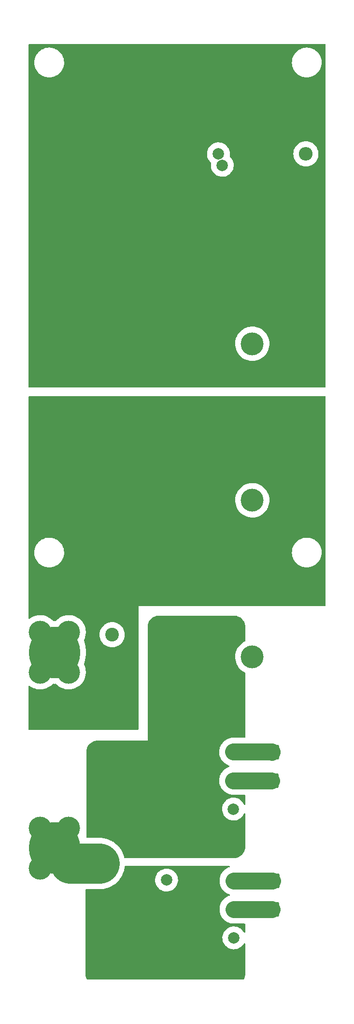
<source format=gbr>
%TF.GenerationSoftware,KiCad,Pcbnew,(6.0.0)*%
%TF.CreationDate,2022-02-22T13:29:53+00:00*%
%TF.ProjectId,Audionote Kit four v2,41756469-6f6e-46f7-9465-204b69742066,rev?*%
%TF.SameCoordinates,Original*%
%TF.FileFunction,Copper,L1,Top*%
%TF.FilePolarity,Positive*%
%FSLAX46Y46*%
G04 Gerber Fmt 4.6, Leading zero omitted, Abs format (unit mm)*
G04 Created by KiCad (PCBNEW (6.0.0)) date 2022-02-22 13:29:53*
%MOMM*%
%LPD*%
G01*
G04 APERTURE LIST*
G04 Aperture macros list*
%AMRoundRect*
0 Rectangle with rounded corners*
0 $1 Rounding radius*
0 $2 $3 $4 $5 $6 $7 $8 $9 X,Y pos of 4 corners*
0 Add a 4 corners polygon primitive as box body*
4,1,4,$2,$3,$4,$5,$6,$7,$8,$9,$2,$3,0*
0 Add four circle primitives for the rounded corners*
1,1,$1+$1,$2,$3*
1,1,$1+$1,$4,$5*
1,1,$1+$1,$6,$7*
1,1,$1+$1,$8,$9*
0 Add four rect primitives between the rounded corners*
20,1,$1+$1,$2,$3,$4,$5,0*
20,1,$1+$1,$4,$5,$6,$7,0*
20,1,$1+$1,$6,$7,$8,$9,0*
20,1,$1+$1,$8,$9,$2,$3,0*%
G04 Aperture macros list end*
%TA.AperFunction,ComponentPad*%
%ADD10C,2.400000*%
%TD*%
%TA.AperFunction,ComponentPad*%
%ADD11O,2.400000X2.400000*%
%TD*%
%TA.AperFunction,ComponentPad*%
%ADD12RoundRect,0.249999X1.025001X-1.025001X1.025001X1.025001X-1.025001X1.025001X-1.025001X-1.025001X0*%
%TD*%
%TA.AperFunction,ComponentPad*%
%ADD13R,2.000000X2.000000*%
%TD*%
%TA.AperFunction,ComponentPad*%
%ADD14C,2.000000*%
%TD*%
%TA.AperFunction,ComponentPad*%
%ADD15R,4.000000X4.000000*%
%TD*%
%TA.AperFunction,ComponentPad*%
%ADD16C,4.000000*%
%TD*%
%TA.AperFunction,ComponentPad*%
%ADD17C,9.000000*%
%TD*%
%TA.AperFunction,ComponentPad*%
%ADD18R,2.400000X2.400000*%
%TD*%
%TA.AperFunction,Conductor*%
%ADD19C,3.000000*%
%TD*%
%TA.AperFunction,Conductor*%
%ADD20C,7.000000*%
%TD*%
G04 APERTURE END LIST*
D10*
%TO.P,R29,1*%
%TO.N,GND*%
X175431524Y-153086018D03*
D11*
%TO.P,R29,2*%
%TO.N,+V1*%
X175431524Y-125146018D03*
%TD*%
D12*
%TO.P,J2,1,Pin_1*%
%TO.N,Net-(D1-Pad3)*%
X203429434Y-201148476D03*
%TD*%
D13*
%TO.P,D2,1,+*%
%TO.N,Net-(C14-Pad1)*%
X196705399Y-188601524D03*
D14*
%TO.P,D2,2,-*%
%TO.N,GND*%
X196705399Y-183601524D03*
%TO.P,D2,3*%
%TO.N,Net-(D2-Pad3)*%
X196705399Y-178601524D03*
%TO.P,D2,4*%
%TO.N,Net-(D2-Pad4)*%
X196705399Y-173601524D03*
%TD*%
D12*
%TO.P,J3,1,Pin_1*%
%TO.N,Net-(D1-Pad4)*%
X203499434Y-196158476D03*
%TD*%
D10*
%TO.P,R7,1*%
%TO.N,Net-(C3-Pad1)*%
X173181524Y-208381524D03*
D11*
%TO.P,R7,2*%
%TO.N,F2+*%
X173181524Y-193141524D03*
%TD*%
D15*
%TO.P,C18,1*%
%TO.N,+V2*%
X190007714Y-102151524D03*
D16*
%TO.P,C18,2*%
%TO.N,GND*%
X200007714Y-102151524D03*
%TD*%
%TO.P,REF\u002A\u002A,1*%
%TO.N,+V1*%
X162810000Y-125725200D03*
D17*
X165350000Y-122225200D03*
D16*
X167813800Y-125725200D03*
X167813800Y-118714800D03*
X162810000Y-118714800D03*
%TD*%
D12*
%TO.P,J4,1,Pin_1*%
%TO.N,Net-(D2-Pad3)*%
X203370000Y-178600000D03*
%TD*%
D16*
%TO.P,REF\u002A\u002A,1*%
%TO.N,+V2*%
X167813800Y-87369600D03*
D17*
X165350000Y-90880000D03*
D16*
X162810000Y-94380000D03*
X162810000Y-87369600D03*
X167813800Y-94380000D03*
%TD*%
D13*
%TO.P,D1,1,+*%
%TO.N,Net-(C3-Pad1)*%
X196764833Y-211150000D03*
D14*
%TO.P,D1,2,-*%
%TO.N,GND*%
X196764833Y-206150000D03*
%TO.P,D1,3*%
%TO.N,Net-(D1-Pad3)*%
X196764833Y-201150000D03*
%TO.P,D1,4*%
%TO.N,Net-(D1-Pad4)*%
X196764833Y-196150000D03*
%TD*%
D15*
%TO.P,C14,1*%
%TO.N,Net-(C14-Pad1)*%
X190007714Y-156971524D03*
D16*
%TO.P,C14,2*%
%TO.N,GND*%
X200007714Y-156971524D03*
%TD*%
D10*
%TO.P,R30,1*%
%TO.N,+V1*%
X175431524Y-118781524D03*
D11*
%TO.P,R30,2*%
%TO.N,+V2*%
X175431524Y-90841524D03*
%TD*%
D14*
%TO.P,C3,1*%
%TO.N,Net-(C3-Pad1)*%
X184974833Y-203530000D03*
%TO.P,C3,2*%
%TO.N,GND*%
X184974833Y-196030000D03*
%TD*%
D15*
%TO.P,C17,1*%
%TO.N,+V1*%
X190007714Y-129561524D03*
D16*
%TO.P,C17,2*%
%TO.N,GND*%
X200007714Y-129561524D03*
%TD*%
D12*
%TO.P,J5,1,Pin_1*%
%TO.N,Net-(D2-Pad4)*%
X203440000Y-173610000D03*
%TD*%
D10*
%TO.P,R28,1*%
%TO.N,Net-(C14-Pad1)*%
X175431524Y-187390512D03*
D11*
%TO.P,R28,2*%
%TO.N,+V1*%
X175431524Y-159450512D03*
%TD*%
D16*
%TO.P,REF\u002A\u002A,1*%
%TO.N,F2+*%
X167813800Y-193925200D03*
X167813800Y-186914800D03*
D17*
X165350000Y-190425200D03*
D16*
X162810000Y-193925200D03*
X162810000Y-186914800D03*
%TD*%
D17*
%TO.P,REF\u002A\u002A,1*%
%TO.N,GND*%
X165350000Y-156165200D03*
D16*
X162810000Y-152654800D03*
X162810000Y-159665200D03*
X167813800Y-152654800D03*
X167813800Y-159665200D03*
%TD*%
D13*
%TO.P,C13,1*%
%TO.N,+V2*%
X188395179Y-66910000D03*
X189067323Y-68910000D03*
D14*
%TO.P,C13,2*%
%TO.N,GND*%
X194739467Y-70910000D03*
X194067323Y-68910000D03*
%TD*%
D18*
%TO.P,REF\u002A\u002A,1*%
%TO.N,+V2*%
X164399775Y-68910000D03*
D11*
%TO.P,REF\u002A\u002A,2*%
%TO.N,GND*%
X209399775Y-68910000D03*
%TD*%
D19*
%TO.N,Net-(D2-Pad3)*%
X203368476Y-178601524D02*
X203370000Y-178600000D01*
%TO.N,Net-(D1-Pad3)*%
X203427910Y-201150000D02*
X203429434Y-201148476D01*
%TO.N,Net-(D2-Pad4)*%
X203431524Y-173601524D02*
X203440000Y-173610000D01*
%TO.N,Net-(D1-Pad3)*%
X196764833Y-201150000D02*
X197532333Y-201150000D01*
%TO.N,Net-(D1-Pad4)*%
X203490958Y-196150000D02*
X203499434Y-196158476D01*
X196764833Y-196150000D02*
X203490958Y-196150000D01*
%TO.N,Net-(D2-Pad4)*%
X196705399Y-173601524D02*
X199192899Y-173601524D01*
%TO.N,Net-(D2-Pad3)*%
X196705399Y-178601524D02*
X197472899Y-178601524D01*
%TO.N,Net-(D1-Pad3)*%
X196764833Y-201150000D02*
X203427910Y-201150000D01*
%TO.N,Net-(D2-Pad3)*%
X197472899Y-178601524D02*
X203368476Y-178601524D01*
%TO.N,Net-(D2-Pad4)*%
X196705399Y-173601524D02*
X203431524Y-173601524D01*
%TO.N,Net-(D1-Pad4)*%
X196764833Y-196150000D02*
X199252333Y-196150000D01*
%TO.N,+V2*%
X165388476Y-90841524D02*
X165350000Y-90880000D01*
%TO.N,F2+*%
X168066324Y-193141524D02*
X165350000Y-190425200D01*
D20*
X173181524Y-193141524D02*
X168066324Y-193141524D01*
%TD*%
%TA.AperFunction,Conductor*%
%TO.N,Net-(C14-Pad1)*%
G36*
X196784487Y-149730321D02*
G01*
X196833871Y-149733853D01*
X197055650Y-149749715D01*
X197073433Y-149752272D01*
X197334658Y-149809098D01*
X197351900Y-149814160D01*
X197602393Y-149907589D01*
X197618740Y-149915055D01*
X197853375Y-150043176D01*
X197868498Y-150052895D01*
X198082510Y-150213103D01*
X198096096Y-150224876D01*
X198285124Y-150413904D01*
X198296897Y-150427490D01*
X198457105Y-150641502D01*
X198466824Y-150656625D01*
X198594945Y-150891260D01*
X198602411Y-150907607D01*
X198695839Y-151158097D01*
X198700902Y-151175342D01*
X198757728Y-151436567D01*
X198760286Y-151454355D01*
X198779679Y-151725513D01*
X198780000Y-151734501D01*
X198780000Y-154153162D01*
X198759998Y-154221283D01*
X198708245Y-154266887D01*
X198559762Y-154337710D01*
X198266635Y-154521588D01*
X198263801Y-154523858D01*
X198263796Y-154523862D01*
X198196863Y-154577486D01*
X197996585Y-154737939D01*
X197753191Y-154983895D01*
X197539680Y-155256196D01*
X197358882Y-155551233D01*
X197357355Y-155554523D01*
X197357350Y-155554532D01*
X197235923Y-155816125D01*
X197213192Y-155865094D01*
X197104542Y-156193621D01*
X197034372Y-156532459D01*
X197003612Y-156877116D01*
X197012670Y-157223025D01*
X197061426Y-157565600D01*
X197149233Y-157900301D01*
X197274928Y-158222691D01*
X197436844Y-158528498D01*
X197438894Y-158531481D01*
X197438896Y-158531484D01*
X197630779Y-158810676D01*
X197630785Y-158810683D01*
X197632836Y-158813668D01*
X197860306Y-159074422D01*
X198116238Y-159307302D01*
X198397241Y-159509223D01*
X198699590Y-159677509D01*
X198702939Y-159678896D01*
X198706215Y-159680480D01*
X198705751Y-159681439D01*
X198757509Y-159723161D01*
X198780000Y-159795007D01*
X198780000Y-170975024D01*
X198759998Y-171043145D01*
X198706342Y-171089638D01*
X198654000Y-171101024D01*
X196626816Y-171101024D01*
X196624837Y-171101148D01*
X196624821Y-171101149D01*
X196484888Y-171109953D01*
X196391384Y-171115836D01*
X196082320Y-171174793D01*
X195783084Y-171272021D01*
X195779498Y-171273708D01*
X195779494Y-171273710D01*
X195501978Y-171404299D01*
X195501971Y-171404303D01*
X195498392Y-171405987D01*
X195232736Y-171574577D01*
X194990305Y-171775134D01*
X194987591Y-171778024D01*
X194987590Y-171778025D01*
X194954161Y-171813624D01*
X194774921Y-172004494D01*
X194589983Y-172259040D01*
X194438405Y-172534758D01*
X194322580Y-172827299D01*
X194321596Y-172831133D01*
X194321593Y-172831141D01*
X194273206Y-173019598D01*
X194244333Y-173132051D01*
X194204899Y-173444206D01*
X194204899Y-173758842D01*
X194244333Y-174070997D01*
X194245319Y-174074836D01*
X194321593Y-174371907D01*
X194321596Y-174371915D01*
X194322580Y-174375749D01*
X194438405Y-174668290D01*
X194589983Y-174944008D01*
X194774921Y-175198554D01*
X194990305Y-175427914D01*
X195232736Y-175628471D01*
X195498392Y-175797061D01*
X195501971Y-175798745D01*
X195501978Y-175798749D01*
X195779494Y-175929338D01*
X195779498Y-175929340D01*
X195783084Y-175931027D01*
X195786856Y-175932253D01*
X195786857Y-175932253D01*
X195939011Y-175981691D01*
X195997617Y-176021765D01*
X196025254Y-176087161D01*
X196013147Y-176157118D01*
X195965141Y-176209424D01*
X195939010Y-176221357D01*
X195783084Y-176272021D01*
X195779498Y-176273708D01*
X195779494Y-176273710D01*
X195501978Y-176404299D01*
X195501971Y-176404303D01*
X195498392Y-176405987D01*
X195232736Y-176574577D01*
X194990305Y-176775134D01*
X194774921Y-177004494D01*
X194589983Y-177259040D01*
X194438405Y-177534758D01*
X194322580Y-177827299D01*
X194321596Y-177831133D01*
X194321593Y-177831141D01*
X194273206Y-178019598D01*
X194244333Y-178132051D01*
X194204899Y-178444206D01*
X194204899Y-178758842D01*
X194244333Y-179070997D01*
X194245319Y-179074836D01*
X194321593Y-179371907D01*
X194321596Y-179371915D01*
X194322580Y-179375749D01*
X194438405Y-179668290D01*
X194589983Y-179944008D01*
X194774921Y-180198554D01*
X194990305Y-180427914D01*
X195232736Y-180628471D01*
X195498392Y-180797061D01*
X195501971Y-180798745D01*
X195501978Y-180798749D01*
X195779494Y-180929338D01*
X195779498Y-180929340D01*
X195783084Y-180931027D01*
X196082320Y-181028255D01*
X196391384Y-181087212D01*
X196484888Y-181093095D01*
X196624821Y-181101899D01*
X196624837Y-181101900D01*
X196626816Y-181102024D01*
X198654000Y-181102024D01*
X198722121Y-181122026D01*
X198768614Y-181175682D01*
X198780000Y-181228024D01*
X198780000Y-182739269D01*
X198759998Y-182807390D01*
X198706342Y-182853883D01*
X198636068Y-182863987D01*
X198571488Y-182834493D01*
X198536819Y-182784369D01*
X198536694Y-182784426D01*
X198536385Y-182783741D01*
X198535787Y-182782877D01*
X198534860Y-182780364D01*
X198533319Y-182776187D01*
X198398792Y-182526864D01*
X198230477Y-182298984D01*
X198183953Y-182251723D01*
X198034864Y-182100275D01*
X198031733Y-182097094D01*
X198028193Y-182094393D01*
X198028187Y-182094387D01*
X197810066Y-181927922D01*
X197810062Y-181927919D01*
X197806525Y-181925220D01*
X197742578Y-181889408D01*
X197563236Y-181788972D01*
X197563231Y-181788969D01*
X197559346Y-181786794D01*
X197555188Y-181785186D01*
X197555183Y-181785183D01*
X197299284Y-181686183D01*
X197299278Y-181686181D01*
X197295129Y-181684576D01*
X197290797Y-181683572D01*
X197290794Y-181683571D01*
X197215540Y-181666128D01*
X197019146Y-181620606D01*
X196736902Y-181596161D01*
X196732467Y-181596405D01*
X196732463Y-181596405D01*
X196458472Y-181611484D01*
X196458465Y-181611485D01*
X196454029Y-181611729D01*
X196316142Y-181639156D01*
X196180545Y-181666128D01*
X196180540Y-181666129D01*
X196176173Y-181666998D01*
X196171970Y-181668474D01*
X195913083Y-181759388D01*
X195913080Y-181759389D01*
X195908875Y-181760866D01*
X195904922Y-181762919D01*
X195904916Y-181762922D01*
X195762534Y-181836884D01*
X195657471Y-181891460D01*
X195653856Y-181894043D01*
X195653850Y-181894047D01*
X195606447Y-181927922D01*
X195426975Y-182056175D01*
X195423748Y-182059253D01*
X195423746Y-182059255D01*
X195384081Y-182097094D01*
X195221987Y-182251723D01*
X195046598Y-182474204D01*
X195016011Y-182526864D01*
X194906540Y-182715331D01*
X194906537Y-182715337D01*
X194904306Y-182719178D01*
X194797951Y-182981756D01*
X194729654Y-183256701D01*
X194700779Y-183538526D01*
X194711901Y-183821608D01*
X194762799Y-184100299D01*
X194764208Y-184104522D01*
X194845473Y-184348103D01*
X194852457Y-184369038D01*
X194854449Y-184373025D01*
X194854450Y-184373027D01*
X194935850Y-184535933D01*
X194979086Y-184622463D01*
X195140160Y-184855517D01*
X195332464Y-185063551D01*
X195335918Y-185066363D01*
X195548706Y-185239599D01*
X195548710Y-185239602D01*
X195552163Y-185242413D01*
X195794871Y-185388536D01*
X195798966Y-185390270D01*
X195798968Y-185390271D01*
X196051646Y-185497266D01*
X196051653Y-185497268D01*
X196055747Y-185499002D01*
X196155891Y-185525555D01*
X196325288Y-185570470D01*
X196325292Y-185570471D01*
X196329585Y-185571609D01*
X196333994Y-185572131D01*
X196334000Y-185572132D01*
X196491352Y-185590756D01*
X196610922Y-185604908D01*
X196894144Y-185598233D01*
X196898542Y-185597501D01*
X197169209Y-185552450D01*
X197169213Y-185552449D01*
X197173599Y-185551719D01*
X197177840Y-185550378D01*
X197177843Y-185550377D01*
X197439467Y-185467636D01*
X197439469Y-185467635D01*
X197443713Y-185466293D01*
X197447724Y-185464367D01*
X197447729Y-185464365D01*
X197695077Y-185345590D01*
X197695078Y-185345589D01*
X197699096Y-185343660D01*
X197847180Y-185244714D01*
X197930944Y-185188745D01*
X197930948Y-185188742D01*
X197934652Y-185186267D01*
X198145680Y-184997254D01*
X198327972Y-184780392D01*
X198477888Y-184540009D01*
X198538761Y-184402316D01*
X198584598Y-184348103D01*
X198652471Y-184327275D01*
X198720829Y-184346449D01*
X198767970Y-184399536D01*
X198780000Y-184453266D01*
X198780000Y-190165499D01*
X198779679Y-190174487D01*
X198762457Y-190415293D01*
X198760286Y-190445645D01*
X198757728Y-190463433D01*
X198700903Y-190724654D01*
X198695840Y-190741900D01*
X198602411Y-190992393D01*
X198594945Y-191008740D01*
X198466824Y-191243375D01*
X198457105Y-191258498D01*
X198296897Y-191472510D01*
X198285124Y-191486096D01*
X198096096Y-191675124D01*
X198082510Y-191686897D01*
X197868498Y-191847105D01*
X197853375Y-191856824D01*
X197618740Y-191984945D01*
X197602393Y-191992411D01*
X197351900Y-192085840D01*
X197334658Y-192090902D01*
X197073433Y-192147728D01*
X197055650Y-192150285D01*
X196833871Y-192166147D01*
X196784487Y-192169679D01*
X196775499Y-192170000D01*
X177676197Y-192170000D01*
X177608076Y-192149998D01*
X177561583Y-192096342D01*
X177553602Y-192073094D01*
X177513117Y-191902497D01*
X177513117Y-191902495D01*
X177512442Y-191899653D01*
X177511511Y-191896895D01*
X177511508Y-191896884D01*
X177380144Y-191507669D01*
X177379214Y-191504913D01*
X177210093Y-191124167D01*
X177006525Y-190760670D01*
X176770251Y-190417532D01*
X176503292Y-190097685D01*
X176207929Y-189803864D01*
X176205687Y-189802013D01*
X176205682Y-189802008D01*
X176038311Y-189663793D01*
X175886689Y-189538583D01*
X175884279Y-189536942D01*
X175544735Y-189305755D01*
X175544730Y-189305752D01*
X175542317Y-189304109D01*
X175539769Y-189302699D01*
X175539760Y-189302694D01*
X175278235Y-189158027D01*
X175177760Y-189102447D01*
X174796134Y-188935322D01*
X174400701Y-188804163D01*
X174397875Y-188803508D01*
X174397868Y-188803506D01*
X173997689Y-188710749D01*
X173997680Y-188710747D01*
X173994844Y-188710090D01*
X173582033Y-188653909D01*
X173579183Y-188653782D01*
X173579182Y-188653782D01*
X173294137Y-188641087D01*
X173294122Y-188641087D01*
X173292715Y-188641024D01*
X171016000Y-188641024D01*
X170947879Y-188621022D01*
X170901386Y-188567366D01*
X170890000Y-188515024D01*
X170890000Y-173604501D01*
X170890321Y-173595513D01*
X170900859Y-173448165D01*
X170909715Y-173324350D01*
X170912272Y-173306567D01*
X170969098Y-173045342D01*
X170974161Y-173028097D01*
X171047622Y-172831141D01*
X171067589Y-172777607D01*
X171075055Y-172761260D01*
X171203176Y-172526625D01*
X171212895Y-172511502D01*
X171373103Y-172297490D01*
X171384876Y-172283904D01*
X171573904Y-172094876D01*
X171587490Y-172083103D01*
X171801502Y-171922895D01*
X171816625Y-171913176D01*
X172051260Y-171785055D01*
X172067607Y-171777589D01*
X172318100Y-171684160D01*
X172335342Y-171679098D01*
X172596567Y-171622272D01*
X172614350Y-171619715D01*
X172836129Y-171603853D01*
X172885513Y-171600321D01*
X172894501Y-171600000D01*
X181640000Y-171600000D01*
X181640000Y-151734501D01*
X181640321Y-151725513D01*
X181659714Y-151454355D01*
X181662272Y-151436567D01*
X181719098Y-151175342D01*
X181724161Y-151158097D01*
X181817589Y-150907607D01*
X181825055Y-150891260D01*
X181953176Y-150656625D01*
X181962895Y-150641502D01*
X182123103Y-150427490D01*
X182134876Y-150413904D01*
X182323904Y-150224876D01*
X182337490Y-150213103D01*
X182551502Y-150052895D01*
X182566625Y-150043176D01*
X182801260Y-149915055D01*
X182817607Y-149907589D01*
X183068100Y-149814160D01*
X183085342Y-149809098D01*
X183346567Y-149752272D01*
X183364350Y-149749715D01*
X183586129Y-149733853D01*
X183635513Y-149730321D01*
X183644501Y-149730000D01*
X196775499Y-149730000D01*
X196784487Y-149730321D01*
G37*
%TD.AperFunction*%
%TD*%
%TA.AperFunction,Conductor*%
%TO.N,+V2*%
G36*
X212812121Y-49730002D02*
G01*
X212858614Y-49783658D01*
X212870000Y-49836000D01*
X212870000Y-109654000D01*
X212849998Y-109722121D01*
X212796342Y-109768614D01*
X212744000Y-109780000D01*
X160876000Y-109780000D01*
X160807879Y-109759998D01*
X160761386Y-109706342D01*
X160750000Y-109654000D01*
X160750000Y-102057116D01*
X197003612Y-102057116D01*
X197012670Y-102403025D01*
X197061426Y-102745600D01*
X197149233Y-103080301D01*
X197274928Y-103402691D01*
X197436844Y-103708498D01*
X197438894Y-103711481D01*
X197438896Y-103711484D01*
X197630779Y-103990676D01*
X197630785Y-103990683D01*
X197632836Y-103993668D01*
X197860306Y-104254422D01*
X198116238Y-104487302D01*
X198397241Y-104689223D01*
X198699590Y-104857509D01*
X199019277Y-104989927D01*
X199022771Y-104990922D01*
X199022773Y-104990923D01*
X199348565Y-105083728D01*
X199348570Y-105083729D01*
X199352066Y-105084725D01*
X199587748Y-105123319D01*
X199689965Y-105140058D01*
X199689969Y-105140058D01*
X199693545Y-105140644D01*
X199697171Y-105140815D01*
X200035561Y-105156773D01*
X200035562Y-105156773D01*
X200039188Y-105156944D01*
X200050060Y-105156203D01*
X200380783Y-105133657D01*
X200380791Y-105133656D01*
X200384414Y-105133409D01*
X200387990Y-105132746D01*
X200387992Y-105132746D01*
X200721082Y-105071012D01*
X200721086Y-105071011D01*
X200724647Y-105070351D01*
X201055377Y-104968605D01*
X201372221Y-104829520D01*
X201670979Y-104654940D01*
X201673888Y-104652756D01*
X201944785Y-104449361D01*
X201944789Y-104449358D01*
X201947692Y-104447178D01*
X202198691Y-104208989D01*
X202420650Y-103943529D01*
X202573075Y-103711484D01*
X202608640Y-103657342D01*
X202608645Y-103657333D01*
X202610627Y-103654316D01*
X202738883Y-103399309D01*
X202764477Y-103348422D01*
X202764480Y-103348414D01*
X202766104Y-103345186D01*
X202864323Y-103076789D01*
X202883771Y-103023646D01*
X202883774Y-103023636D01*
X202885019Y-103020234D01*
X202885864Y-103016712D01*
X202885867Y-103016704D01*
X202964951Y-102687296D01*
X202964952Y-102687292D01*
X202965798Y-102683767D01*
X202966235Y-102680157D01*
X203007032Y-102343025D01*
X203007032Y-102343019D01*
X203007368Y-102340246D01*
X203013299Y-102151524D01*
X203008065Y-102060747D01*
X202993589Y-101809691D01*
X202993588Y-101809686D01*
X202993380Y-101806071D01*
X202992757Y-101802501D01*
X202934512Y-101468769D01*
X202934510Y-101468762D01*
X202933888Y-101465196D01*
X202835611Y-101133418D01*
X202699852Y-100815135D01*
X202528410Y-100514565D01*
X202468744Y-100433339D01*
X202325700Y-100238610D01*
X202323557Y-100235692D01*
X202088009Y-99982212D01*
X201824888Y-99757486D01*
X201537681Y-99564491D01*
X201230196Y-99405785D01*
X200906507Y-99283474D01*
X200570904Y-99199176D01*
X200426695Y-99180191D01*
X200231442Y-99154485D01*
X200231434Y-99154484D01*
X200227838Y-99154011D01*
X200076705Y-99151636D01*
X199885494Y-99148632D01*
X199885490Y-99148632D01*
X199881853Y-99148575D01*
X199878238Y-99148936D01*
X199878234Y-99148936D01*
X199710360Y-99165693D01*
X199537537Y-99182943D01*
X199534000Y-99183714D01*
X199533995Y-99183715D01*
X199202997Y-99255884D01*
X199202992Y-99255885D01*
X199199453Y-99256657D01*
X198872081Y-99368741D01*
X198559762Y-99517710D01*
X198266635Y-99701588D01*
X198263801Y-99703858D01*
X198263796Y-99703862D01*
X198094780Y-99839270D01*
X197996585Y-99917939D01*
X197753191Y-100163895D01*
X197539680Y-100436196D01*
X197358882Y-100731233D01*
X197357355Y-100734523D01*
X197357350Y-100734532D01*
X197318386Y-100818473D01*
X197213192Y-101045094D01*
X197104542Y-101373621D01*
X197034372Y-101712459D01*
X197003612Y-102057116D01*
X160750000Y-102057116D01*
X160750000Y-68847002D01*
X192062703Y-68847002D01*
X192073825Y-69130084D01*
X192124723Y-69408775D01*
X192214381Y-69677514D01*
X192216373Y-69681501D01*
X192216374Y-69681503D01*
X192295199Y-69839256D01*
X192341010Y-69930939D01*
X192502084Y-70163993D01*
X192505106Y-70167262D01*
X192691372Y-70368765D01*
X192691377Y-70368770D01*
X192694388Y-70372027D01*
X192697835Y-70374833D01*
X192729957Y-70400985D01*
X192770156Y-70459505D01*
X192772690Y-70529071D01*
X192764797Y-70560848D01*
X192763722Y-70565177D01*
X192734847Y-70847002D01*
X192735022Y-70851454D01*
X192742465Y-71040887D01*
X192745969Y-71130084D01*
X192796867Y-71408775D01*
X192886525Y-71677514D01*
X193013154Y-71930939D01*
X193174228Y-72163993D01*
X193366532Y-72372027D01*
X193369986Y-72374839D01*
X193582774Y-72548075D01*
X193582778Y-72548078D01*
X193586231Y-72550889D01*
X193828939Y-72697012D01*
X193833034Y-72698746D01*
X193833036Y-72698747D01*
X194085714Y-72805742D01*
X194085721Y-72805744D01*
X194089815Y-72807478D01*
X194189959Y-72834031D01*
X194359356Y-72878946D01*
X194359360Y-72878947D01*
X194363653Y-72880085D01*
X194368062Y-72880607D01*
X194368068Y-72880608D01*
X194525420Y-72899232D01*
X194644990Y-72913384D01*
X194928212Y-72906709D01*
X194932610Y-72905977D01*
X195203277Y-72860926D01*
X195203281Y-72860925D01*
X195207667Y-72860195D01*
X195211908Y-72858854D01*
X195211911Y-72858853D01*
X195473535Y-72776112D01*
X195473537Y-72776111D01*
X195477781Y-72774769D01*
X195481792Y-72772843D01*
X195481797Y-72772841D01*
X195729145Y-72654066D01*
X195729146Y-72654065D01*
X195733164Y-72652136D01*
X195881248Y-72553190D01*
X195965012Y-72497221D01*
X195965016Y-72497218D01*
X195968720Y-72494743D01*
X196179748Y-72305730D01*
X196362040Y-72088868D01*
X196511956Y-71848485D01*
X196626507Y-71589376D01*
X196703406Y-71316712D01*
X196729071Y-71125635D01*
X196740692Y-71039115D01*
X196740693Y-71039107D01*
X196741119Y-71035933D01*
X196745077Y-70910000D01*
X196725068Y-70627407D01*
X196711671Y-70565177D01*
X196666378Y-70354800D01*
X196666378Y-70354798D01*
X196665442Y-70350453D01*
X196567387Y-70084663D01*
X196432860Y-69835340D01*
X196264545Y-69607460D01*
X196139813Y-69480753D01*
X196068211Y-69408018D01*
X196034676Y-69345441D01*
X196033124Y-69302852D01*
X196068548Y-69039115D01*
X196068549Y-69039107D01*
X196068975Y-69035933D01*
X196072933Y-68910000D01*
X207194553Y-68910000D01*
X207213419Y-69197839D01*
X207214223Y-69201879D01*
X207214223Y-69201882D01*
X207256217Y-69412998D01*
X207269694Y-69480753D01*
X207271020Y-69484659D01*
X207271021Y-69484663D01*
X207337840Y-69681503D01*
X207362416Y-69753902D01*
X207364237Y-69757595D01*
X207364238Y-69757597D01*
X207402577Y-69835340D01*
X207489997Y-70012611D01*
X207492291Y-70016044D01*
X207593332Y-70167262D01*
X207650255Y-70252454D01*
X207652969Y-70255548D01*
X207652973Y-70255554D01*
X207824787Y-70451469D01*
X207840448Y-70469327D01*
X207843537Y-70472036D01*
X208054221Y-70656802D01*
X208054227Y-70656806D01*
X208057321Y-70659520D01*
X208060747Y-70661809D01*
X208060752Y-70661813D01*
X208240342Y-70781811D01*
X208297164Y-70819778D01*
X208300863Y-70821602D01*
X208300868Y-70821605D01*
X208552178Y-70945537D01*
X208555873Y-70947359D01*
X208559771Y-70948682D01*
X208559773Y-70948683D01*
X208825112Y-71038754D01*
X208825116Y-71038755D01*
X208829022Y-71040081D01*
X208833066Y-71040885D01*
X208833072Y-71040887D01*
X209107893Y-71095552D01*
X209107896Y-71095552D01*
X209111936Y-71096356D01*
X209116047Y-71096625D01*
X209116051Y-71096626D01*
X209395656Y-71114952D01*
X209399775Y-71115222D01*
X209403894Y-71114952D01*
X209683499Y-71096626D01*
X209683503Y-71096625D01*
X209687614Y-71096356D01*
X209691654Y-71095552D01*
X209691657Y-71095552D01*
X209966478Y-71040887D01*
X209966484Y-71040885D01*
X209970528Y-71040081D01*
X209974434Y-71038755D01*
X209974438Y-71038754D01*
X210239777Y-70948683D01*
X210239779Y-70948682D01*
X210243677Y-70947359D01*
X210247372Y-70945537D01*
X210498682Y-70821605D01*
X210498687Y-70821602D01*
X210502386Y-70819778D01*
X210559208Y-70781811D01*
X210738798Y-70661813D01*
X210738803Y-70661809D01*
X210742229Y-70659520D01*
X210745323Y-70656806D01*
X210745329Y-70656802D01*
X210956013Y-70472036D01*
X210959102Y-70469327D01*
X210974763Y-70451469D01*
X211146577Y-70255554D01*
X211146581Y-70255548D01*
X211149295Y-70252454D01*
X211206219Y-70167262D01*
X211307259Y-70016044D01*
X211309553Y-70012611D01*
X211396974Y-69835340D01*
X211435312Y-69757597D01*
X211435313Y-69757595D01*
X211437134Y-69753902D01*
X211461710Y-69681503D01*
X211528529Y-69484663D01*
X211528530Y-69484659D01*
X211529856Y-69480753D01*
X211543334Y-69412998D01*
X211585327Y-69201882D01*
X211585327Y-69201879D01*
X211586131Y-69197839D01*
X211604997Y-68910000D01*
X211586131Y-68622161D01*
X211585327Y-68618118D01*
X211530662Y-68343297D01*
X211530660Y-68343291D01*
X211529856Y-68339247D01*
X211514684Y-68294550D01*
X211438458Y-68069998D01*
X211438457Y-68069996D01*
X211437134Y-68066098D01*
X211418176Y-68027654D01*
X211311380Y-67811093D01*
X211311377Y-67811088D01*
X211309553Y-67807389D01*
X211149295Y-67567546D01*
X211146581Y-67564452D01*
X211146577Y-67564446D01*
X210961811Y-67353762D01*
X210959102Y-67350673D01*
X210787220Y-67199936D01*
X210745329Y-67163198D01*
X210745323Y-67163194D01*
X210742229Y-67160480D01*
X210738803Y-67158191D01*
X210738798Y-67158187D01*
X210505819Y-67002516D01*
X210502386Y-67000222D01*
X210498687Y-66998398D01*
X210498682Y-66998395D01*
X210247372Y-66874463D01*
X210247370Y-66874462D01*
X210243677Y-66872641D01*
X210239777Y-66871317D01*
X209974438Y-66781246D01*
X209974434Y-66781245D01*
X209970528Y-66779919D01*
X209966484Y-66779115D01*
X209966478Y-66779113D01*
X209691657Y-66724448D01*
X209691654Y-66724448D01*
X209687614Y-66723644D01*
X209683503Y-66723375D01*
X209683499Y-66723374D01*
X209403894Y-66705048D01*
X209399775Y-66704778D01*
X209395656Y-66705048D01*
X209116051Y-66723374D01*
X209116047Y-66723375D01*
X209111936Y-66723644D01*
X209107896Y-66724448D01*
X209107893Y-66724448D01*
X208833072Y-66779113D01*
X208833066Y-66779115D01*
X208829022Y-66779919D01*
X208825116Y-66781245D01*
X208825112Y-66781246D01*
X208559773Y-66871317D01*
X208555873Y-66872641D01*
X208552180Y-66874462D01*
X208552178Y-66874463D01*
X208300868Y-66998395D01*
X208300863Y-66998398D01*
X208297164Y-67000222D01*
X208293731Y-67002516D01*
X208060752Y-67158187D01*
X208060747Y-67158191D01*
X208057321Y-67160480D01*
X208054227Y-67163194D01*
X208054221Y-67163198D01*
X208012330Y-67199936D01*
X207840448Y-67350673D01*
X207837739Y-67353762D01*
X207652973Y-67564446D01*
X207652969Y-67564452D01*
X207650255Y-67567546D01*
X207489997Y-67807389D01*
X207488173Y-67811088D01*
X207488170Y-67811093D01*
X207381374Y-68027654D01*
X207362416Y-68066098D01*
X207361093Y-68069996D01*
X207361092Y-68069998D01*
X207284867Y-68294550D01*
X207269694Y-68339247D01*
X207268890Y-68343291D01*
X207268888Y-68343297D01*
X207214223Y-68618118D01*
X207213419Y-68622161D01*
X207194553Y-68910000D01*
X196072933Y-68910000D01*
X196052924Y-68627407D01*
X196039527Y-68565177D01*
X195994234Y-68354800D01*
X195994234Y-68354798D01*
X195993298Y-68350453D01*
X195895243Y-68084663D01*
X195760716Y-67835340D01*
X195592401Y-67607460D01*
X195550058Y-67564446D01*
X195396788Y-67408751D01*
X195393657Y-67405570D01*
X195390117Y-67402869D01*
X195390111Y-67402863D01*
X195171990Y-67236398D01*
X195171986Y-67236395D01*
X195168449Y-67233696D01*
X195033617Y-67158187D01*
X194925160Y-67097448D01*
X194925155Y-67097445D01*
X194921270Y-67095270D01*
X194917112Y-67093662D01*
X194917107Y-67093659D01*
X194661208Y-66994659D01*
X194661202Y-66994657D01*
X194657053Y-66993052D01*
X194652721Y-66992048D01*
X194652718Y-66992047D01*
X194577464Y-66974604D01*
X194381070Y-66929082D01*
X194098826Y-66904637D01*
X194094391Y-66904881D01*
X194094387Y-66904881D01*
X193820396Y-66919960D01*
X193820389Y-66919961D01*
X193815953Y-66920205D01*
X193678066Y-66947632D01*
X193542469Y-66974604D01*
X193542464Y-66974605D01*
X193538097Y-66975474D01*
X193533894Y-66976950D01*
X193275007Y-67067864D01*
X193275004Y-67067865D01*
X193270799Y-67069342D01*
X193266846Y-67071395D01*
X193266840Y-67071398D01*
X193124458Y-67145360D01*
X193019395Y-67199936D01*
X193015780Y-67202519D01*
X193015774Y-67202523D01*
X192968371Y-67236398D01*
X192788899Y-67364651D01*
X192785672Y-67367729D01*
X192785670Y-67367731D01*
X192746005Y-67405570D01*
X192583911Y-67560199D01*
X192408522Y-67782680D01*
X192377935Y-67835340D01*
X192268464Y-68023807D01*
X192268461Y-68023813D01*
X192266230Y-68027654D01*
X192159875Y-68290232D01*
X192158804Y-68294545D01*
X192158802Y-68294550D01*
X192144916Y-68350453D01*
X192091578Y-68565177D01*
X192091124Y-68569605D01*
X192091124Y-68569607D01*
X192085318Y-68626276D01*
X192062703Y-68847002D01*
X160750000Y-68847002D01*
X160750000Y-52975471D01*
X161794955Y-52975471D01*
X161819914Y-53292607D01*
X161883336Y-53604338D01*
X161984276Y-53906016D01*
X162121229Y-54193143D01*
X162292153Y-54461440D01*
X162494500Y-54706907D01*
X162725254Y-54925884D01*
X162980975Y-55115108D01*
X163119412Y-55193432D01*
X163254492Y-55269857D01*
X163254496Y-55269859D01*
X163257849Y-55271756D01*
X163551751Y-55393494D01*
X163653083Y-55421596D01*
X163854582Y-55477477D01*
X163854590Y-55477479D01*
X163858298Y-55478507D01*
X164172921Y-55525528D01*
X164176219Y-55525672D01*
X164285427Y-55530440D01*
X164285432Y-55530440D01*
X164286804Y-55530500D01*
X164480799Y-55530500D01*
X164717524Y-55516021D01*
X164721307Y-55515320D01*
X164721314Y-55515319D01*
X164919931Y-55478507D01*
X165030313Y-55458049D01*
X165239732Y-55392020D01*
X165330035Y-55363548D01*
X165330038Y-55363547D01*
X165333707Y-55362390D01*
X165337204Y-55360796D01*
X165337210Y-55360794D01*
X165619673Y-55232068D01*
X165619677Y-55232066D01*
X165623181Y-55230469D01*
X165808334Y-55117007D01*
X165891142Y-55066262D01*
X165891145Y-55066260D01*
X165894420Y-55064253D01*
X165897424Y-55061863D01*
X165897429Y-55061860D01*
X166140370Y-54868616D01*
X166143381Y-54866221D01*
X166366352Y-54639324D01*
X166500572Y-54464405D01*
X166557674Y-54389989D01*
X166557679Y-54389981D01*
X166560009Y-54386945D01*
X166672257Y-54196386D01*
X166719513Y-54116162D01*
X166719515Y-54116159D01*
X166721466Y-54112846D01*
X166848315Y-53821114D01*
X166938665Y-53516097D01*
X166991169Y-53202343D01*
X167001074Y-52975471D01*
X206944955Y-52975471D01*
X206969914Y-53292607D01*
X207033336Y-53604338D01*
X207134276Y-53906016D01*
X207271229Y-54193143D01*
X207442153Y-54461440D01*
X207644500Y-54706907D01*
X207875254Y-54925884D01*
X208130975Y-55115108D01*
X208269412Y-55193432D01*
X208404492Y-55269857D01*
X208404496Y-55269859D01*
X208407849Y-55271756D01*
X208701751Y-55393494D01*
X208803083Y-55421596D01*
X209004582Y-55477477D01*
X209004590Y-55477479D01*
X209008298Y-55478507D01*
X209322921Y-55525528D01*
X209326219Y-55525672D01*
X209435427Y-55530440D01*
X209435432Y-55530440D01*
X209436804Y-55530500D01*
X209630799Y-55530500D01*
X209867524Y-55516021D01*
X209871307Y-55515320D01*
X209871314Y-55515319D01*
X210069931Y-55478507D01*
X210180313Y-55458049D01*
X210389732Y-55392020D01*
X210480035Y-55363548D01*
X210480038Y-55363547D01*
X210483707Y-55362390D01*
X210487204Y-55360796D01*
X210487210Y-55360794D01*
X210769673Y-55232068D01*
X210769677Y-55232066D01*
X210773181Y-55230469D01*
X210958334Y-55117007D01*
X211041142Y-55066262D01*
X211041145Y-55066260D01*
X211044420Y-55064253D01*
X211047424Y-55061863D01*
X211047429Y-55061860D01*
X211290370Y-54868616D01*
X211293381Y-54866221D01*
X211516352Y-54639324D01*
X211650572Y-54464405D01*
X211707674Y-54389989D01*
X211707679Y-54389981D01*
X211710009Y-54386945D01*
X211822257Y-54196386D01*
X211869513Y-54116162D01*
X211869515Y-54116159D01*
X211871466Y-54112846D01*
X211998315Y-53821114D01*
X212088665Y-53516097D01*
X212141169Y-53202343D01*
X212155045Y-52884529D01*
X212130086Y-52567393D01*
X212066664Y-52255662D01*
X211965724Y-51953984D01*
X211828771Y-51666857D01*
X211657847Y-51398560D01*
X211455500Y-51153093D01*
X211224746Y-50934116D01*
X210969025Y-50744892D01*
X210768680Y-50631542D01*
X210695508Y-50590143D01*
X210695504Y-50590141D01*
X210692151Y-50588244D01*
X210398249Y-50466506D01*
X210296917Y-50438404D01*
X210095418Y-50382523D01*
X210095410Y-50382521D01*
X210091702Y-50381493D01*
X209777079Y-50334472D01*
X209773781Y-50334328D01*
X209664573Y-50329560D01*
X209664568Y-50329560D01*
X209663196Y-50329500D01*
X209469201Y-50329500D01*
X209232476Y-50343979D01*
X209228693Y-50344680D01*
X209228686Y-50344681D01*
X209076082Y-50372965D01*
X208919687Y-50401951D01*
X208739997Y-50458606D01*
X208619965Y-50496452D01*
X208619962Y-50496453D01*
X208616293Y-50497610D01*
X208612796Y-50499204D01*
X208612790Y-50499206D01*
X208330327Y-50627932D01*
X208330323Y-50627934D01*
X208326819Y-50629531D01*
X208323540Y-50631541D01*
X208323537Y-50631542D01*
X208134826Y-50747185D01*
X208055580Y-50795747D01*
X208052576Y-50798137D01*
X208052571Y-50798140D01*
X207833962Y-50972030D01*
X207806619Y-50993779D01*
X207583648Y-51220676D01*
X207581307Y-51223727D01*
X207581306Y-51223728D01*
X207392326Y-51470011D01*
X207392321Y-51470019D01*
X207389991Y-51473055D01*
X207388042Y-51476364D01*
X207273792Y-51670322D01*
X207228534Y-51747154D01*
X207101685Y-52038886D01*
X207011335Y-52343903D01*
X206958831Y-52657657D01*
X206944955Y-52975471D01*
X167001074Y-52975471D01*
X167005045Y-52884529D01*
X166980086Y-52567393D01*
X166916664Y-52255662D01*
X166815724Y-51953984D01*
X166678771Y-51666857D01*
X166507847Y-51398560D01*
X166305500Y-51153093D01*
X166074746Y-50934116D01*
X165819025Y-50744892D01*
X165618680Y-50631542D01*
X165545508Y-50590143D01*
X165545504Y-50590141D01*
X165542151Y-50588244D01*
X165248249Y-50466506D01*
X165146917Y-50438404D01*
X164945418Y-50382523D01*
X164945410Y-50382521D01*
X164941702Y-50381493D01*
X164627079Y-50334472D01*
X164623781Y-50334328D01*
X164514573Y-50329560D01*
X164514568Y-50329560D01*
X164513196Y-50329500D01*
X164319201Y-50329500D01*
X164082476Y-50343979D01*
X164078693Y-50344680D01*
X164078686Y-50344681D01*
X163926082Y-50372965D01*
X163769687Y-50401951D01*
X163589997Y-50458606D01*
X163469965Y-50496452D01*
X163469962Y-50496453D01*
X163466293Y-50497610D01*
X163462796Y-50499204D01*
X163462790Y-50499206D01*
X163180327Y-50627932D01*
X163180323Y-50627934D01*
X163176819Y-50629531D01*
X163173540Y-50631541D01*
X163173537Y-50631542D01*
X162984826Y-50747185D01*
X162905580Y-50795747D01*
X162902576Y-50798137D01*
X162902571Y-50798140D01*
X162683962Y-50972030D01*
X162656619Y-50993779D01*
X162433648Y-51220676D01*
X162431307Y-51223727D01*
X162431306Y-51223728D01*
X162242326Y-51470011D01*
X162242321Y-51470019D01*
X162239991Y-51473055D01*
X162238042Y-51476364D01*
X162123792Y-51670322D01*
X162078534Y-51747154D01*
X161951685Y-52038886D01*
X161861335Y-52343903D01*
X161808831Y-52657657D01*
X161794955Y-52975471D01*
X160750000Y-52975471D01*
X160750000Y-49836000D01*
X160770002Y-49767879D01*
X160823658Y-49721386D01*
X160876000Y-49710000D01*
X212744000Y-49710000D01*
X212812121Y-49730002D01*
G37*
%TD.AperFunction*%
%TD*%
%TA.AperFunction,Conductor*%
%TO.N,Net-(C3-Pad1)*%
G36*
X196009164Y-193550002D02*
G01*
X196055657Y-193603658D01*
X196065761Y-193673932D01*
X196036267Y-193738512D01*
X195979979Y-193775833D01*
X195842518Y-193820497D01*
X195838932Y-193822184D01*
X195838928Y-193822186D01*
X195561412Y-193952775D01*
X195561405Y-193952779D01*
X195557826Y-193954463D01*
X195292170Y-194123053D01*
X195289118Y-194125578D01*
X195056661Y-194317884D01*
X195049739Y-194323610D01*
X194834355Y-194552970D01*
X194832028Y-194556172D01*
X194832027Y-194556174D01*
X194679478Y-194766141D01*
X194649417Y-194807516D01*
X194497839Y-195083234D01*
X194382014Y-195375775D01*
X194381030Y-195379609D01*
X194381027Y-195379617D01*
X194348457Y-195506470D01*
X194303767Y-195680527D01*
X194303271Y-195684455D01*
X194303270Y-195684459D01*
X194302620Y-195689607D01*
X194264333Y-195992682D01*
X194264333Y-196307318D01*
X194303767Y-196619473D01*
X194304753Y-196623312D01*
X194381027Y-196920383D01*
X194381030Y-196920391D01*
X194382014Y-196924225D01*
X194383471Y-196927905D01*
X194383472Y-196927908D01*
X194399538Y-196968485D01*
X194497839Y-197216766D01*
X194499740Y-197220225D01*
X194499742Y-197220228D01*
X194536595Y-197287262D01*
X194649417Y-197492484D01*
X194651745Y-197495688D01*
X194651748Y-197495693D01*
X194736082Y-197611769D01*
X194834355Y-197747030D01*
X195049739Y-197976390D01*
X195292170Y-198176947D01*
X195557826Y-198345537D01*
X195561405Y-198347221D01*
X195561412Y-198347225D01*
X195838928Y-198477814D01*
X195838932Y-198477816D01*
X195842518Y-198479503D01*
X195846290Y-198480729D01*
X195846291Y-198480729D01*
X195998445Y-198530167D01*
X196057051Y-198570241D01*
X196084688Y-198635637D01*
X196072581Y-198705594D01*
X196024575Y-198757900D01*
X195998444Y-198769833D01*
X195842518Y-198820497D01*
X195838932Y-198822184D01*
X195838928Y-198822186D01*
X195561412Y-198952775D01*
X195561405Y-198952779D01*
X195557826Y-198954463D01*
X195292170Y-199123053D01*
X195049739Y-199323610D01*
X194834355Y-199552970D01*
X194649417Y-199807516D01*
X194497839Y-200083234D01*
X194382014Y-200375775D01*
X194381030Y-200379609D01*
X194381027Y-200379617D01*
X194332640Y-200568074D01*
X194303767Y-200680527D01*
X194264333Y-200992682D01*
X194264333Y-201307318D01*
X194303767Y-201619473D01*
X194304753Y-201623312D01*
X194381027Y-201920383D01*
X194381030Y-201920391D01*
X194382014Y-201924225D01*
X194497839Y-202216766D01*
X194649417Y-202492484D01*
X194834355Y-202747030D01*
X195049739Y-202976390D01*
X195292170Y-203176947D01*
X195557826Y-203345537D01*
X195561405Y-203347221D01*
X195561412Y-203347225D01*
X195838928Y-203477814D01*
X195838932Y-203477816D01*
X195842518Y-203479503D01*
X196141754Y-203576731D01*
X196450818Y-203635688D01*
X196544322Y-203641571D01*
X196684255Y-203650375D01*
X196684271Y-203650376D01*
X196686250Y-203650500D01*
X198634000Y-203650500D01*
X198702121Y-203670502D01*
X198748614Y-203724158D01*
X198760000Y-203776500D01*
X198760000Y-205135763D01*
X198739998Y-205203884D01*
X198686342Y-205250377D01*
X198616068Y-205260481D01*
X198551488Y-205230987D01*
X198523112Y-205195595D01*
X198460339Y-205079256D01*
X198458226Y-205075340D01*
X198289911Y-204847460D01*
X198243387Y-204800199D01*
X198094298Y-204648751D01*
X198091167Y-204645570D01*
X198087627Y-204642869D01*
X198087621Y-204642863D01*
X197869500Y-204476398D01*
X197869496Y-204476395D01*
X197865959Y-204473696D01*
X197802012Y-204437884D01*
X197622670Y-204337448D01*
X197622665Y-204337445D01*
X197618780Y-204335270D01*
X197614622Y-204333662D01*
X197614617Y-204333659D01*
X197358718Y-204234659D01*
X197358712Y-204234657D01*
X197354563Y-204233052D01*
X197350231Y-204232048D01*
X197350228Y-204232047D01*
X197274974Y-204214604D01*
X197078580Y-204169082D01*
X196796336Y-204144637D01*
X196791901Y-204144881D01*
X196791897Y-204144881D01*
X196517906Y-204159960D01*
X196517899Y-204159961D01*
X196513463Y-204160205D01*
X196375576Y-204187632D01*
X196239979Y-204214604D01*
X196239974Y-204214605D01*
X196235607Y-204215474D01*
X196231404Y-204216950D01*
X195972517Y-204307864D01*
X195972514Y-204307865D01*
X195968309Y-204309342D01*
X195964356Y-204311395D01*
X195964350Y-204311398D01*
X195821968Y-204385360D01*
X195716905Y-204439936D01*
X195713290Y-204442519D01*
X195713284Y-204442523D01*
X195665881Y-204476398D01*
X195486409Y-204604651D01*
X195483182Y-204607729D01*
X195483180Y-204607731D01*
X195443515Y-204645570D01*
X195281421Y-204800199D01*
X195106032Y-205022680D01*
X195075445Y-205075340D01*
X194965974Y-205263807D01*
X194965971Y-205263813D01*
X194963740Y-205267654D01*
X194857385Y-205530232D01*
X194789088Y-205805177D01*
X194760213Y-206087002D01*
X194771335Y-206370084D01*
X194822233Y-206648775D01*
X194911891Y-206917514D01*
X194913883Y-206921501D01*
X194913884Y-206921503D01*
X195020281Y-207134436D01*
X195038520Y-207170939D01*
X195199594Y-207403993D01*
X195391898Y-207612027D01*
X195395352Y-207614839D01*
X195608140Y-207788075D01*
X195608144Y-207788078D01*
X195611597Y-207790889D01*
X195854305Y-207937012D01*
X195858400Y-207938746D01*
X195858402Y-207938747D01*
X196111080Y-208045742D01*
X196111087Y-208045744D01*
X196115181Y-208047478D01*
X196215325Y-208074031D01*
X196384722Y-208118946D01*
X196384726Y-208118947D01*
X196389019Y-208120085D01*
X196393428Y-208120607D01*
X196393434Y-208120608D01*
X196550786Y-208139232D01*
X196670356Y-208153384D01*
X196953578Y-208146709D01*
X196957976Y-208145977D01*
X197228643Y-208100926D01*
X197228647Y-208100925D01*
X197233033Y-208100195D01*
X197237274Y-208098854D01*
X197237277Y-208098853D01*
X197498901Y-208016112D01*
X197498903Y-208016111D01*
X197503147Y-208014769D01*
X197507158Y-208012843D01*
X197507163Y-208012841D01*
X197754511Y-207894066D01*
X197754512Y-207894065D01*
X197758530Y-207892136D01*
X197906614Y-207793190D01*
X197990378Y-207737221D01*
X197990382Y-207737218D01*
X197994086Y-207734743D01*
X198205114Y-207545730D01*
X198387406Y-207328868D01*
X198488382Y-207166959D01*
X198527088Y-207104895D01*
X198580108Y-207057678D01*
X198650238Y-207046622D01*
X198715213Y-207075236D01*
X198754403Y-207134436D01*
X198760000Y-207171571D01*
X198760000Y-212455499D01*
X198759679Y-212464487D01*
X198740286Y-212735645D01*
X198737728Y-212753433D01*
X198680903Y-213014654D01*
X198675841Y-213031897D01*
X198582411Y-213282393D01*
X198574946Y-213298738D01*
X198522719Y-213394385D01*
X198472517Y-213444587D01*
X198412131Y-213460000D01*
X171097869Y-213460000D01*
X171029748Y-213439998D01*
X170987281Y-213394385D01*
X170935054Y-213298738D01*
X170927589Y-213282393D01*
X170834159Y-213031897D01*
X170829097Y-213014654D01*
X170772272Y-212753433D01*
X170769714Y-212735645D01*
X170750321Y-212464487D01*
X170750000Y-212455499D01*
X170750000Y-197768024D01*
X170770002Y-197699903D01*
X170823658Y-197653410D01*
X170876000Y-197642024D01*
X173288516Y-197642024D01*
X173289956Y-197641957D01*
X173289971Y-197641957D01*
X173425822Y-197635669D01*
X173597695Y-197627714D01*
X174010308Y-197570092D01*
X174013130Y-197569427D01*
X174013138Y-197569426D01*
X174412994Y-197475272D01*
X174412999Y-197475270D01*
X174415834Y-197474603D01*
X174793933Y-197347726D01*
X174808050Y-197342989D01*
X174808053Y-197342988D01*
X174810806Y-197342064D01*
X174934766Y-197287262D01*
X175189199Y-197174779D01*
X175189205Y-197174776D01*
X175191847Y-197173608D01*
X175353140Y-197083649D01*
X175553160Y-196972091D01*
X175553167Y-196972086D01*
X175555698Y-196970675D01*
X175699293Y-196872169D01*
X175896843Y-196736651D01*
X175896850Y-196736646D01*
X175899249Y-196735000D01*
X176219561Y-196468599D01*
X176437695Y-196250084D01*
X176511833Y-196175817D01*
X176511837Y-196175813D01*
X176513896Y-196173750D01*
X176515755Y-196171507D01*
X176515764Y-196171497D01*
X176685237Y-195967002D01*
X182970213Y-195967002D01*
X182981335Y-196250084D01*
X183032233Y-196528775D01*
X183033642Y-196532998D01*
X183104193Y-196744465D01*
X183121891Y-196797514D01*
X183123883Y-196801501D01*
X183123884Y-196801503D01*
X183212544Y-196978939D01*
X183248520Y-197050939D01*
X183409594Y-197283993D01*
X183412616Y-197287262D01*
X183584934Y-197473675D01*
X183601898Y-197492027D01*
X183605352Y-197494839D01*
X183818140Y-197668075D01*
X183818144Y-197668078D01*
X183821597Y-197670889D01*
X184064305Y-197817012D01*
X184068400Y-197818746D01*
X184068402Y-197818747D01*
X184321080Y-197925742D01*
X184321087Y-197925744D01*
X184325181Y-197927478D01*
X184425325Y-197954031D01*
X184594722Y-197998946D01*
X184594726Y-197998947D01*
X184599019Y-198000085D01*
X184603428Y-198000607D01*
X184603434Y-198000608D01*
X184760786Y-198019232D01*
X184880356Y-198033384D01*
X185163578Y-198026709D01*
X185167976Y-198025977D01*
X185438643Y-197980926D01*
X185438647Y-197980925D01*
X185443033Y-197980195D01*
X185447274Y-197978854D01*
X185447277Y-197978853D01*
X185708901Y-197896112D01*
X185708903Y-197896111D01*
X185713147Y-197894769D01*
X185717158Y-197892843D01*
X185717163Y-197892841D01*
X185964511Y-197774066D01*
X185964512Y-197774065D01*
X185968530Y-197772136D01*
X186116614Y-197673190D01*
X186200378Y-197617221D01*
X186200382Y-197617218D01*
X186204086Y-197614743D01*
X186415114Y-197425730D01*
X186597406Y-197208868D01*
X186747322Y-196968485D01*
X186861873Y-196709376D01*
X186938772Y-196436712D01*
X186956152Y-196307318D01*
X186976058Y-196159115D01*
X186976059Y-196159107D01*
X186976485Y-196155933D01*
X186980443Y-196030000D01*
X186960434Y-195747407D01*
X186956225Y-195727854D01*
X186901744Y-195474800D01*
X186901744Y-195474798D01*
X186900808Y-195470453D01*
X186802753Y-195204663D01*
X186769012Y-195142130D01*
X186670339Y-194959256D01*
X186668226Y-194955340D01*
X186499911Y-194727460D01*
X186453387Y-194680199D01*
X186304298Y-194528751D01*
X186301167Y-194525570D01*
X186297627Y-194522869D01*
X186297621Y-194522863D01*
X186079500Y-194356398D01*
X186079496Y-194356395D01*
X186075959Y-194353696D01*
X186020295Y-194322523D01*
X185832670Y-194217448D01*
X185832665Y-194217445D01*
X185828780Y-194215270D01*
X185824622Y-194213662D01*
X185824617Y-194213659D01*
X185568718Y-194114659D01*
X185568712Y-194114657D01*
X185564563Y-194113052D01*
X185560231Y-194112048D01*
X185560228Y-194112047D01*
X185484974Y-194094604D01*
X185288580Y-194049082D01*
X185006336Y-194024637D01*
X185001901Y-194024881D01*
X185001897Y-194024881D01*
X184727906Y-194039960D01*
X184727899Y-194039961D01*
X184723463Y-194040205D01*
X184585576Y-194067632D01*
X184449979Y-194094604D01*
X184449974Y-194094605D01*
X184445607Y-194095474D01*
X184441404Y-194096950D01*
X184182517Y-194187864D01*
X184182514Y-194187865D01*
X184178309Y-194189342D01*
X184174356Y-194191395D01*
X184174350Y-194191398D01*
X184031968Y-194265360D01*
X183926905Y-194319936D01*
X183923290Y-194322519D01*
X183923284Y-194322523D01*
X183811870Y-194402142D01*
X183696409Y-194484651D01*
X183693182Y-194487729D01*
X183693180Y-194487731D01*
X183653515Y-194525570D01*
X183491421Y-194680199D01*
X183316032Y-194902680D01*
X183285445Y-194955340D01*
X183175974Y-195143807D01*
X183175971Y-195143813D01*
X183173740Y-195147654D01*
X183172070Y-195151777D01*
X183081342Y-195375775D01*
X183067385Y-195410232D01*
X183066314Y-195414545D01*
X183066312Y-195414550D01*
X183000243Y-195680527D01*
X182999088Y-195685177D01*
X182998634Y-195689605D01*
X182998634Y-195689607D01*
X182980611Y-195865516D01*
X182970213Y-195967002D01*
X176685237Y-195967002D01*
X176777873Y-195855223D01*
X176779738Y-195852973D01*
X176894906Y-195684459D01*
X177013170Y-195511416D01*
X177013176Y-195511406D01*
X177014813Y-195509011D01*
X177016219Y-195506480D01*
X177016225Y-195506470D01*
X177181542Y-195208840D01*
X177217110Y-195144806D01*
X177218283Y-195142139D01*
X177218288Y-195142130D01*
X177383727Y-194766141D01*
X177383730Y-194766134D01*
X177384901Y-194763472D01*
X177516751Y-194368270D01*
X177558073Y-194191398D01*
X177610867Y-193965425D01*
X177610868Y-193965417D01*
X177611532Y-193962577D01*
X177612651Y-193954463D01*
X177656173Y-193638791D01*
X177685291Y-193574040D01*
X177744794Y-193535311D01*
X177780992Y-193530000D01*
X195941043Y-193530000D01*
X196009164Y-193550002D01*
G37*
%TD.AperFunction*%
%TD*%
%TA.AperFunction,Conductor*%
%TO.N,+V1*%
G36*
X212812121Y-111360002D02*
G01*
X212858614Y-111413658D01*
X212870000Y-111466000D01*
X212870000Y-147954000D01*
X212849998Y-148022121D01*
X212796342Y-148068614D01*
X212744000Y-148080000D01*
X180030000Y-148080000D01*
X180030000Y-169624000D01*
X180009998Y-169692121D01*
X179956342Y-169738614D01*
X179904000Y-169750000D01*
X160876000Y-169750000D01*
X160807879Y-169729998D01*
X160761386Y-169676342D01*
X160750000Y-169624000D01*
X160750000Y-162125578D01*
X160770002Y-162057457D01*
X160823658Y-162010964D01*
X160893932Y-162000860D01*
X160949525Y-162023255D01*
X161199527Y-162202899D01*
X161501876Y-162371185D01*
X161821563Y-162503603D01*
X161825057Y-162504598D01*
X161825059Y-162504599D01*
X162150851Y-162597404D01*
X162150856Y-162597405D01*
X162154352Y-162598401D01*
X162390034Y-162636995D01*
X162492251Y-162653734D01*
X162492255Y-162653734D01*
X162495831Y-162654320D01*
X162499457Y-162654491D01*
X162837847Y-162670449D01*
X162837848Y-162670449D01*
X162841474Y-162670620D01*
X162852346Y-162669879D01*
X163183069Y-162647333D01*
X163183077Y-162647332D01*
X163186700Y-162647085D01*
X163190276Y-162646422D01*
X163190278Y-162646422D01*
X163523368Y-162584688D01*
X163523372Y-162584687D01*
X163526933Y-162584027D01*
X163857663Y-162482281D01*
X164174507Y-162343196D01*
X164473265Y-162168616D01*
X164683238Y-162010964D01*
X164747071Y-161963037D01*
X164747075Y-161963034D01*
X164749978Y-161960854D01*
X164955982Y-161765364D01*
X164998343Y-161725165D01*
X164998347Y-161725161D01*
X165000977Y-161722665D01*
X165014010Y-161707078D01*
X165073048Y-161667648D01*
X165118583Y-161662148D01*
X165234702Y-161669454D01*
X165237334Y-161669399D01*
X165237341Y-161669399D01*
X165348726Y-161667065D01*
X165515261Y-161663576D01*
X165583785Y-161682146D01*
X165612847Y-161706718D01*
X165666392Y-161768098D01*
X165922324Y-162000978D01*
X166203327Y-162202899D01*
X166505676Y-162371185D01*
X166825363Y-162503603D01*
X166828857Y-162504598D01*
X166828859Y-162504599D01*
X167154651Y-162597404D01*
X167154656Y-162597405D01*
X167158152Y-162598401D01*
X167393834Y-162636995D01*
X167496051Y-162653734D01*
X167496055Y-162653734D01*
X167499631Y-162654320D01*
X167503257Y-162654491D01*
X167841647Y-162670449D01*
X167841648Y-162670449D01*
X167845274Y-162670620D01*
X167856146Y-162669879D01*
X168186869Y-162647333D01*
X168186877Y-162647332D01*
X168190500Y-162647085D01*
X168194076Y-162646422D01*
X168194078Y-162646422D01*
X168527168Y-162584688D01*
X168527172Y-162584687D01*
X168530733Y-162584027D01*
X168861463Y-162482281D01*
X169178307Y-162343196D01*
X169477065Y-162168616D01*
X169687038Y-162010964D01*
X169750871Y-161963037D01*
X169750875Y-161963034D01*
X169753778Y-161960854D01*
X170004777Y-161722665D01*
X170226736Y-161457205D01*
X170228724Y-161454179D01*
X170414726Y-161171018D01*
X170414731Y-161171009D01*
X170416713Y-161167992D01*
X170494452Y-161013427D01*
X170570563Y-160862098D01*
X170570566Y-160862090D01*
X170572190Y-160858862D01*
X170573435Y-160855460D01*
X170689857Y-160537322D01*
X170689860Y-160537312D01*
X170691105Y-160533910D01*
X170691950Y-160530388D01*
X170691953Y-160530380D01*
X170771037Y-160200972D01*
X170771038Y-160200968D01*
X170771884Y-160197443D01*
X170798567Y-159976944D01*
X170813118Y-159856701D01*
X170813118Y-159856695D01*
X170813454Y-159853922D01*
X170819385Y-159665200D01*
X170811308Y-159525120D01*
X170799675Y-159323367D01*
X170799674Y-159323362D01*
X170799466Y-159319747D01*
X170739974Y-158978872D01*
X170641697Y-158647094D01*
X170505938Y-158328811D01*
X170478959Y-158281512D01*
X170462582Y-158212430D01*
X170471254Y-158172699D01*
X170474229Y-158165186D01*
X170549227Y-157975762D01*
X170682497Y-157534352D01*
X170778363Y-157083339D01*
X170836153Y-156625885D01*
X170855461Y-156165200D01*
X170836153Y-155704515D01*
X170778363Y-155247061D01*
X170722425Y-154983895D01*
X170683043Y-154798615D01*
X170683041Y-154798607D01*
X170682497Y-154796048D01*
X170549227Y-154354638D01*
X170483500Y-154188629D01*
X170468004Y-154149490D01*
X170461525Y-154078790D01*
X170472591Y-154046493D01*
X170570562Y-153851698D01*
X170572190Y-153848462D01*
X170643821Y-153652721D01*
X170689857Y-153526922D01*
X170689860Y-153526912D01*
X170691105Y-153523510D01*
X170691950Y-153519988D01*
X170691953Y-153519980D01*
X170771037Y-153190572D01*
X170771038Y-153190568D01*
X170771884Y-153187043D01*
X170784109Y-153086018D01*
X173226302Y-153086018D01*
X173226572Y-153090137D01*
X173232924Y-153187043D01*
X173245168Y-153373857D01*
X173245972Y-153377897D01*
X173245972Y-153377900D01*
X173274936Y-153523510D01*
X173301443Y-153656771D01*
X173302769Y-153660677D01*
X173302770Y-153660681D01*
X173367612Y-153851698D01*
X173394165Y-153929920D01*
X173395986Y-153933613D01*
X173395987Y-153933615D01*
X173502445Y-154149490D01*
X173521746Y-154188629D01*
X173524040Y-154192062D01*
X173674959Y-154417928D01*
X173682004Y-154428472D01*
X173684718Y-154431566D01*
X173684722Y-154431572D01*
X173812686Y-154577486D01*
X173872197Y-154645345D01*
X173875286Y-154648054D01*
X174085970Y-154832820D01*
X174085976Y-154832824D01*
X174089070Y-154835538D01*
X174092496Y-154837827D01*
X174092501Y-154837831D01*
X174272091Y-154957829D01*
X174328913Y-154995796D01*
X174332612Y-154997620D01*
X174332617Y-154997623D01*
X174450370Y-155055692D01*
X174587622Y-155123377D01*
X174591520Y-155124700D01*
X174591522Y-155124701D01*
X174856861Y-155214772D01*
X174856865Y-155214773D01*
X174860771Y-155216099D01*
X174864815Y-155216903D01*
X174864821Y-155216905D01*
X175139642Y-155271570D01*
X175139645Y-155271570D01*
X175143685Y-155272374D01*
X175147796Y-155272643D01*
X175147800Y-155272644D01*
X175427405Y-155290970D01*
X175431524Y-155291240D01*
X175435643Y-155290970D01*
X175715248Y-155272644D01*
X175715252Y-155272643D01*
X175719363Y-155272374D01*
X175723403Y-155271570D01*
X175723406Y-155271570D01*
X175998227Y-155216905D01*
X175998233Y-155216903D01*
X176002277Y-155216099D01*
X176006183Y-155214773D01*
X176006187Y-155214772D01*
X176271526Y-155124701D01*
X176271528Y-155124700D01*
X176275426Y-155123377D01*
X176412678Y-155055692D01*
X176530431Y-154997623D01*
X176530436Y-154997620D01*
X176534135Y-154995796D01*
X176590957Y-154957829D01*
X176770547Y-154837831D01*
X176770552Y-154837827D01*
X176773978Y-154835538D01*
X176777072Y-154832824D01*
X176777078Y-154832820D01*
X176987762Y-154648054D01*
X176990851Y-154645345D01*
X177050362Y-154577486D01*
X177178326Y-154431572D01*
X177178330Y-154431566D01*
X177181044Y-154428472D01*
X177188090Y-154417928D01*
X177339008Y-154192062D01*
X177341302Y-154188629D01*
X177360604Y-154149490D01*
X177467061Y-153933615D01*
X177467062Y-153933613D01*
X177468883Y-153929920D01*
X177495436Y-153851698D01*
X177560278Y-153660681D01*
X177560279Y-153660677D01*
X177561605Y-153656771D01*
X177588113Y-153523510D01*
X177617076Y-153377900D01*
X177617076Y-153377897D01*
X177617880Y-153373857D01*
X177630125Y-153187043D01*
X177636476Y-153090137D01*
X177636746Y-153086018D01*
X177617880Y-152798179D01*
X177561605Y-152515265D01*
X177468883Y-152242116D01*
X177341302Y-151983407D01*
X177181044Y-151743564D01*
X177178330Y-151740470D01*
X177178326Y-151740464D01*
X176993560Y-151529780D01*
X176990851Y-151526691D01*
X176987762Y-151523982D01*
X176777078Y-151339216D01*
X176777072Y-151339212D01*
X176773978Y-151336498D01*
X176770552Y-151334209D01*
X176770547Y-151334205D01*
X176537568Y-151178534D01*
X176534135Y-151176240D01*
X176530436Y-151174416D01*
X176530431Y-151174413D01*
X176279121Y-151050481D01*
X176279119Y-151050480D01*
X176275426Y-151048659D01*
X176193890Y-151020981D01*
X176006187Y-150957264D01*
X176006183Y-150957263D01*
X176002277Y-150955937D01*
X175998233Y-150955133D01*
X175998227Y-150955131D01*
X175723406Y-150900466D01*
X175723403Y-150900466D01*
X175719363Y-150899662D01*
X175715252Y-150899393D01*
X175715248Y-150899392D01*
X175435643Y-150881066D01*
X175431524Y-150880796D01*
X175427405Y-150881066D01*
X175147800Y-150899392D01*
X175147796Y-150899393D01*
X175143685Y-150899662D01*
X175139645Y-150900466D01*
X175139642Y-150900466D01*
X174864821Y-150955131D01*
X174864815Y-150955133D01*
X174860771Y-150955937D01*
X174856865Y-150957263D01*
X174856861Y-150957264D01*
X174669158Y-151020981D01*
X174587622Y-151048659D01*
X174583929Y-151050480D01*
X174583927Y-151050481D01*
X174332617Y-151174413D01*
X174332612Y-151174416D01*
X174328913Y-151176240D01*
X174325480Y-151178534D01*
X174092501Y-151334205D01*
X174092496Y-151334209D01*
X174089070Y-151336498D01*
X174085976Y-151339212D01*
X174085970Y-151339216D01*
X173875286Y-151523982D01*
X173872197Y-151526691D01*
X173869488Y-151529780D01*
X173684722Y-151740464D01*
X173684718Y-151740470D01*
X173682004Y-151743564D01*
X173521746Y-151983407D01*
X173394165Y-152242116D01*
X173301443Y-152515265D01*
X173245168Y-152798179D01*
X173226302Y-153086018D01*
X170784109Y-153086018D01*
X170813454Y-152843522D01*
X170819385Y-152654800D01*
X170811573Y-152519315D01*
X170799675Y-152312967D01*
X170799674Y-152312962D01*
X170799466Y-152309347D01*
X170787732Y-152242116D01*
X170740598Y-151972045D01*
X170740596Y-151972038D01*
X170739974Y-151968472D01*
X170641697Y-151636694D01*
X170640273Y-151633355D01*
X170507362Y-151321749D01*
X170507360Y-151321746D01*
X170505938Y-151318411D01*
X170334496Y-151017841D01*
X170129643Y-150738968D01*
X169894095Y-150485488D01*
X169876664Y-150470600D01*
X169633730Y-150263116D01*
X169630974Y-150260762D01*
X169343767Y-150067767D01*
X169036282Y-149909061D01*
X168712593Y-149786750D01*
X168376990Y-149702452D01*
X168232781Y-149683467D01*
X168037528Y-149657761D01*
X168037520Y-149657760D01*
X168033924Y-149657287D01*
X167882791Y-149654912D01*
X167691580Y-149651908D01*
X167691576Y-149651908D01*
X167687939Y-149651851D01*
X167684324Y-149652212D01*
X167684320Y-149652212D01*
X167516446Y-149668969D01*
X167343623Y-149686219D01*
X167340086Y-149686990D01*
X167340081Y-149686991D01*
X167009083Y-149759160D01*
X167009078Y-149759161D01*
X167005539Y-149759933D01*
X166678167Y-149872017D01*
X166365848Y-150020986D01*
X166072721Y-150204864D01*
X166069887Y-150207134D01*
X166069882Y-150207138D01*
X165900866Y-150342546D01*
X165802671Y-150421215D01*
X165736449Y-150488134D01*
X165596797Y-150629256D01*
X165534663Y-150663607D01*
X165504598Y-150666600D01*
X165403980Y-150664492D01*
X165237341Y-150661001D01*
X165237334Y-150661001D01*
X165234702Y-150660946D01*
X165122934Y-150667978D01*
X165053693Y-150652293D01*
X165022727Y-150628002D01*
X164890295Y-150485488D01*
X164872864Y-150470600D01*
X164629930Y-150263116D01*
X164627174Y-150260762D01*
X164339967Y-150067767D01*
X164032482Y-149909061D01*
X163708793Y-149786750D01*
X163373190Y-149702452D01*
X163228981Y-149683467D01*
X163033728Y-149657761D01*
X163033720Y-149657760D01*
X163030124Y-149657287D01*
X162878991Y-149654912D01*
X162687780Y-149651908D01*
X162687776Y-149651908D01*
X162684139Y-149651851D01*
X162680524Y-149652212D01*
X162680520Y-149652212D01*
X162512646Y-149668969D01*
X162339823Y-149686219D01*
X162336286Y-149686990D01*
X162336281Y-149686991D01*
X162005283Y-149759160D01*
X162005278Y-149759161D01*
X162001739Y-149759933D01*
X161674367Y-149872017D01*
X161362048Y-150020986D01*
X161068921Y-150204864D01*
X161066092Y-150207131D01*
X161066073Y-150207144D01*
X160954780Y-150296307D01*
X160889111Y-150323289D01*
X160819278Y-150310484D01*
X160767455Y-150261957D01*
X160750000Y-150197973D01*
X160750000Y-138745471D01*
X161794955Y-138745471D01*
X161819914Y-139062607D01*
X161883336Y-139374338D01*
X161984276Y-139676016D01*
X162121229Y-139963143D01*
X162292153Y-140231440D01*
X162494500Y-140476907D01*
X162725254Y-140695884D01*
X162980975Y-140885108D01*
X163119412Y-140963432D01*
X163254492Y-141039857D01*
X163254496Y-141039859D01*
X163257849Y-141041756D01*
X163551751Y-141163494D01*
X163653083Y-141191596D01*
X163854582Y-141247477D01*
X163854590Y-141247479D01*
X163858298Y-141248507D01*
X164172921Y-141295528D01*
X164176219Y-141295672D01*
X164285427Y-141300440D01*
X164285432Y-141300440D01*
X164286804Y-141300500D01*
X164480799Y-141300500D01*
X164717524Y-141286021D01*
X164721307Y-141285320D01*
X164721314Y-141285319D01*
X164919931Y-141248507D01*
X165030313Y-141228049D01*
X165239732Y-141162020D01*
X165330035Y-141133548D01*
X165330038Y-141133547D01*
X165333707Y-141132390D01*
X165337204Y-141130796D01*
X165337210Y-141130794D01*
X165619673Y-141002068D01*
X165619677Y-141002066D01*
X165623181Y-141000469D01*
X165808334Y-140887007D01*
X165891142Y-140836262D01*
X165891145Y-140836260D01*
X165894420Y-140834253D01*
X165897424Y-140831863D01*
X165897429Y-140831860D01*
X166140370Y-140638616D01*
X166143381Y-140636221D01*
X166366352Y-140409324D01*
X166500572Y-140234405D01*
X166557674Y-140159989D01*
X166557679Y-140159981D01*
X166560009Y-140156945D01*
X166672257Y-139966386D01*
X166719513Y-139886162D01*
X166719515Y-139886159D01*
X166721466Y-139882846D01*
X166848315Y-139591114D01*
X166938665Y-139286097D01*
X166991169Y-138972343D01*
X167001074Y-138745471D01*
X206944955Y-138745471D01*
X206969914Y-139062607D01*
X207033336Y-139374338D01*
X207134276Y-139676016D01*
X207271229Y-139963143D01*
X207442153Y-140231440D01*
X207644500Y-140476907D01*
X207875254Y-140695884D01*
X208130975Y-140885108D01*
X208269412Y-140963432D01*
X208404492Y-141039857D01*
X208404496Y-141039859D01*
X208407849Y-141041756D01*
X208701751Y-141163494D01*
X208803083Y-141191596D01*
X209004582Y-141247477D01*
X209004590Y-141247479D01*
X209008298Y-141248507D01*
X209322921Y-141295528D01*
X209326219Y-141295672D01*
X209435427Y-141300440D01*
X209435432Y-141300440D01*
X209436804Y-141300500D01*
X209630799Y-141300500D01*
X209867524Y-141286021D01*
X209871307Y-141285320D01*
X209871314Y-141285319D01*
X210069931Y-141248507D01*
X210180313Y-141228049D01*
X210389732Y-141162020D01*
X210480035Y-141133548D01*
X210480038Y-141133547D01*
X210483707Y-141132390D01*
X210487204Y-141130796D01*
X210487210Y-141130794D01*
X210769673Y-141002068D01*
X210769677Y-141002066D01*
X210773181Y-141000469D01*
X210958334Y-140887007D01*
X211041142Y-140836262D01*
X211041145Y-140836260D01*
X211044420Y-140834253D01*
X211047424Y-140831863D01*
X211047429Y-140831860D01*
X211290370Y-140638616D01*
X211293381Y-140636221D01*
X211516352Y-140409324D01*
X211650572Y-140234405D01*
X211707674Y-140159989D01*
X211707679Y-140159981D01*
X211710009Y-140156945D01*
X211822257Y-139966386D01*
X211869513Y-139886162D01*
X211869515Y-139886159D01*
X211871466Y-139882846D01*
X211998315Y-139591114D01*
X212088665Y-139286097D01*
X212141169Y-138972343D01*
X212155045Y-138654529D01*
X212130086Y-138337393D01*
X212066664Y-138025662D01*
X211965724Y-137723984D01*
X211828771Y-137436857D01*
X211657847Y-137168560D01*
X211455500Y-136923093D01*
X211224746Y-136704116D01*
X210969025Y-136514892D01*
X210768680Y-136401542D01*
X210695508Y-136360143D01*
X210695504Y-136360141D01*
X210692151Y-136358244D01*
X210398249Y-136236506D01*
X210296917Y-136208404D01*
X210095418Y-136152523D01*
X210095410Y-136152521D01*
X210091702Y-136151493D01*
X209777079Y-136104472D01*
X209773781Y-136104328D01*
X209664573Y-136099560D01*
X209664568Y-136099560D01*
X209663196Y-136099500D01*
X209469201Y-136099500D01*
X209232476Y-136113979D01*
X209228693Y-136114680D01*
X209228686Y-136114681D01*
X209076082Y-136142965D01*
X208919687Y-136171951D01*
X208739997Y-136228606D01*
X208619965Y-136266452D01*
X208619962Y-136266453D01*
X208616293Y-136267610D01*
X208612796Y-136269204D01*
X208612790Y-136269206D01*
X208330327Y-136397932D01*
X208330323Y-136397934D01*
X208326819Y-136399531D01*
X208323540Y-136401541D01*
X208323537Y-136401542D01*
X208134826Y-136517185D01*
X208055580Y-136565747D01*
X208052576Y-136568137D01*
X208052571Y-136568140D01*
X207833962Y-136742030D01*
X207806619Y-136763779D01*
X207583648Y-136990676D01*
X207581307Y-136993727D01*
X207581306Y-136993728D01*
X207392326Y-137240011D01*
X207392321Y-137240019D01*
X207389991Y-137243055D01*
X207388042Y-137246364D01*
X207273792Y-137440322D01*
X207228534Y-137517154D01*
X207101685Y-137808886D01*
X207011335Y-138113903D01*
X206958831Y-138427657D01*
X206944955Y-138745471D01*
X167001074Y-138745471D01*
X167005045Y-138654529D01*
X166980086Y-138337393D01*
X166916664Y-138025662D01*
X166815724Y-137723984D01*
X166678771Y-137436857D01*
X166507847Y-137168560D01*
X166305500Y-136923093D01*
X166074746Y-136704116D01*
X165819025Y-136514892D01*
X165618680Y-136401542D01*
X165545508Y-136360143D01*
X165545504Y-136360141D01*
X165542151Y-136358244D01*
X165248249Y-136236506D01*
X165146917Y-136208404D01*
X164945418Y-136152523D01*
X164945410Y-136152521D01*
X164941702Y-136151493D01*
X164627079Y-136104472D01*
X164623781Y-136104328D01*
X164514573Y-136099560D01*
X164514568Y-136099560D01*
X164513196Y-136099500D01*
X164319201Y-136099500D01*
X164082476Y-136113979D01*
X164078693Y-136114680D01*
X164078686Y-136114681D01*
X163926082Y-136142965D01*
X163769687Y-136171951D01*
X163589997Y-136228606D01*
X163469965Y-136266452D01*
X163469962Y-136266453D01*
X163466293Y-136267610D01*
X163462796Y-136269204D01*
X163462790Y-136269206D01*
X163180327Y-136397932D01*
X163180323Y-136397934D01*
X163176819Y-136399531D01*
X163173540Y-136401541D01*
X163173537Y-136401542D01*
X162984826Y-136517185D01*
X162905580Y-136565747D01*
X162902576Y-136568137D01*
X162902571Y-136568140D01*
X162683962Y-136742030D01*
X162656619Y-136763779D01*
X162433648Y-136990676D01*
X162431307Y-136993727D01*
X162431306Y-136993728D01*
X162242326Y-137240011D01*
X162242321Y-137240019D01*
X162239991Y-137243055D01*
X162238042Y-137246364D01*
X162123792Y-137440322D01*
X162078534Y-137517154D01*
X161951685Y-137808886D01*
X161861335Y-138113903D01*
X161808831Y-138427657D01*
X161794955Y-138745471D01*
X160750000Y-138745471D01*
X160750000Y-129467116D01*
X197003612Y-129467116D01*
X197012670Y-129813025D01*
X197061426Y-130155600D01*
X197149233Y-130490301D01*
X197274928Y-130812691D01*
X197436844Y-131118498D01*
X197438894Y-131121481D01*
X197438896Y-131121484D01*
X197630779Y-131400676D01*
X197630785Y-131400683D01*
X197632836Y-131403668D01*
X197860306Y-131664422D01*
X198116238Y-131897302D01*
X198397241Y-132099223D01*
X198699590Y-132267509D01*
X199019277Y-132399927D01*
X199022771Y-132400922D01*
X199022773Y-132400923D01*
X199348565Y-132493728D01*
X199348570Y-132493729D01*
X199352066Y-132494725D01*
X199587748Y-132533319D01*
X199689965Y-132550058D01*
X199689969Y-132550058D01*
X199693545Y-132550644D01*
X199697171Y-132550815D01*
X200035561Y-132566773D01*
X200035562Y-132566773D01*
X200039188Y-132566944D01*
X200050060Y-132566203D01*
X200380783Y-132543657D01*
X200380791Y-132543656D01*
X200384414Y-132543409D01*
X200387990Y-132542746D01*
X200387992Y-132542746D01*
X200721082Y-132481012D01*
X200721086Y-132481011D01*
X200724647Y-132480351D01*
X201055377Y-132378605D01*
X201372221Y-132239520D01*
X201670979Y-132064940D01*
X201673888Y-132062756D01*
X201944785Y-131859361D01*
X201944789Y-131859358D01*
X201947692Y-131857178D01*
X202198691Y-131618989D01*
X202420650Y-131353529D01*
X202573075Y-131121484D01*
X202608640Y-131067342D01*
X202608645Y-131067333D01*
X202610627Y-131064316D01*
X202738883Y-130809309D01*
X202764477Y-130758422D01*
X202764480Y-130758414D01*
X202766104Y-130755186D01*
X202864323Y-130486789D01*
X202883771Y-130433646D01*
X202883774Y-130433636D01*
X202885019Y-130430234D01*
X202885864Y-130426712D01*
X202885867Y-130426704D01*
X202964951Y-130097296D01*
X202964952Y-130097292D01*
X202965798Y-130093767D01*
X202966235Y-130090157D01*
X203007032Y-129753025D01*
X203007032Y-129753019D01*
X203007368Y-129750246D01*
X203013299Y-129561524D01*
X203008065Y-129470747D01*
X202993589Y-129219691D01*
X202993588Y-129219686D01*
X202993380Y-129216071D01*
X202992757Y-129212501D01*
X202934512Y-128878769D01*
X202934510Y-128878762D01*
X202933888Y-128875196D01*
X202835611Y-128543418D01*
X202699852Y-128225135D01*
X202528410Y-127924565D01*
X202468744Y-127843339D01*
X202325700Y-127648610D01*
X202323557Y-127645692D01*
X202088009Y-127392212D01*
X201824888Y-127167486D01*
X201537681Y-126974491D01*
X201230196Y-126815785D01*
X200906507Y-126693474D01*
X200570904Y-126609176D01*
X200426695Y-126590191D01*
X200231442Y-126564485D01*
X200231434Y-126564484D01*
X200227838Y-126564011D01*
X200076705Y-126561636D01*
X199885494Y-126558632D01*
X199885490Y-126558632D01*
X199881853Y-126558575D01*
X199878238Y-126558936D01*
X199878234Y-126558936D01*
X199710360Y-126575693D01*
X199537537Y-126592943D01*
X199534000Y-126593714D01*
X199533995Y-126593715D01*
X199202997Y-126665884D01*
X199202992Y-126665885D01*
X199199453Y-126666657D01*
X198872081Y-126778741D01*
X198559762Y-126927710D01*
X198266635Y-127111588D01*
X198263801Y-127113858D01*
X198263796Y-127113862D01*
X198094780Y-127249270D01*
X197996585Y-127327939D01*
X197753191Y-127573895D01*
X197539680Y-127846196D01*
X197358882Y-128141233D01*
X197357355Y-128144523D01*
X197357350Y-128144532D01*
X197318386Y-128228473D01*
X197213192Y-128455094D01*
X197104542Y-128783621D01*
X197034372Y-129122459D01*
X197003612Y-129467116D01*
X160750000Y-129467116D01*
X160750000Y-111466000D01*
X160770002Y-111397879D01*
X160823658Y-111351386D01*
X160876000Y-111340000D01*
X212744000Y-111340000D01*
X212812121Y-111360002D01*
G37*
%TD.AperFunction*%
%TD*%
M02*

</source>
